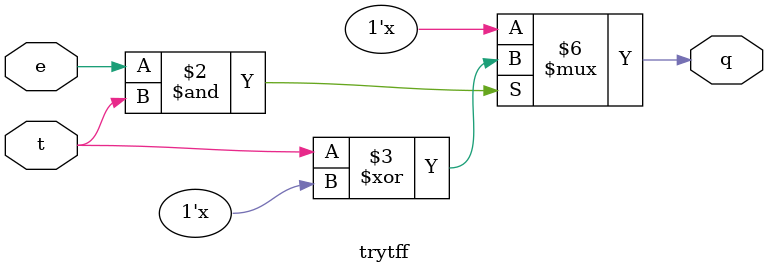
<source format=v>
module trytff(t,e,q);
  input t,e;
  output q;
  reg q;
  
  initial q=0;

  always@(t or e)
    begin 
     if(e & t)
       begin 
         q <= t^q;
       end
     else
       q <= q;
    end
endmodule



</source>
